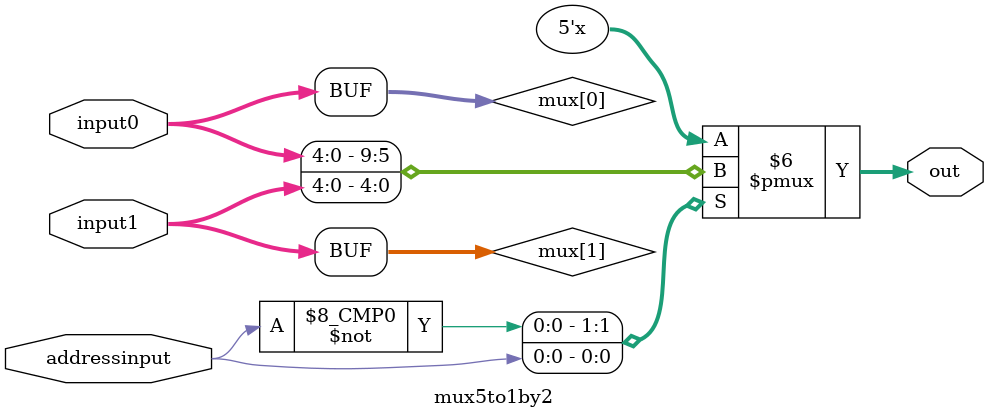
<source format=v>
module SignExtend(in, out, sign, clk);
input[15:0] in;
input sign, clk;
output reg[31:0] out;
initial out=32'd0;
always @( * ) begin
$display($time, ": dickbutt - %b",in);
if(sign & in[15]) out={16'b111111111111111,in[15:0]};
else out={16'b0000000000000000,in[15:0]};
end
endmodule

module mux32to1by2(out, addressinput, input0, input1);
input[31:0] input0, input1;
input addressinput;
output[31:0] out;
wire[31:0] mux[1:0];
assign mux[0] = input0;
assign mux[1] = input1;
assign out=mux[addressinput];
endmodule

module mux5to1by2(out, addressinput, input0, input1);
input[4:0] input0, input1;
input addressinput;
output[4:0] out;
wire[4:0] mux[1:0];
assign mux[0] = input0;
assign mux[1] = input1;
assign out=mux[addressinput];
endmodule
</source>
